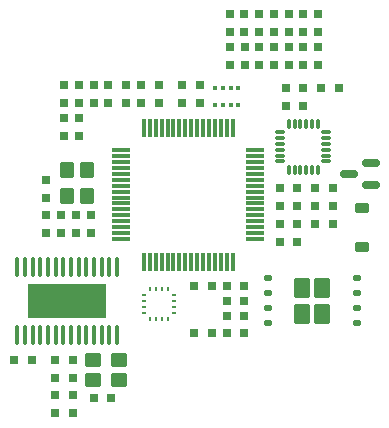
<source format=gbr>
%TF.GenerationSoftware,KiCad,Pcbnew,9.0.7*%
%TF.CreationDate,2026-01-24T01:10:00+08:00*%
%TF.ProjectId,zero star-rounded,7a65726f-2073-4746-9172-2d726f756e64,rev?*%
%TF.SameCoordinates,Original*%
%TF.FileFunction,Paste,Top*%
%TF.FilePolarity,Positive*%
%FSLAX46Y46*%
G04 Gerber Fmt 4.6, Leading zero omitted, Abs format (unit mm)*
G04 Created by KiCad (PCBNEW 9.0.7) date 2026-01-24 01:10:00*
%MOMM*%
%LPD*%
G01*
G04 APERTURE LIST*
G04 Aperture macros list*
%AMRoundRect*
0 Rectangle with rounded corners*
0 $1 Rounding radius*
0 $2 $3 $4 $5 $6 $7 $8 $9 X,Y pos of 4 corners*
0 Add a 4 corners polygon primitive as box body*
4,1,4,$2,$3,$4,$5,$6,$7,$8,$9,$2,$3,0*
0 Add four circle primitives for the rounded corners*
1,1,$1+$1,$2,$3*
1,1,$1+$1,$4,$5*
1,1,$1+$1,$6,$7*
1,1,$1+$1,$8,$9*
0 Add four rect primitives between the rounded corners*
20,1,$1+$1,$2,$3,$4,$5,0*
20,1,$1+$1,$4,$5,$6,$7,0*
20,1,$1+$1,$6,$7,$8,$9,0*
20,1,$1+$1,$8,$9,$2,$3,0*%
G04 Aperture macros list end*
%ADD10R,0.800000X0.800000*%
%ADD11R,0.250000X0.450000*%
%ADD12R,0.450000X0.250000*%
%ADD13RoundRect,0.075000X-0.700000X-0.075000X0.700000X-0.075000X0.700000X0.075000X-0.700000X0.075000X0*%
%ADD14RoundRect,0.075000X-0.075000X-0.700000X0.075000X-0.700000X0.075000X0.700000X-0.075000X0.700000X0*%
%ADD15RoundRect,0.250000X-0.435000X-0.615000X0.435000X-0.615000X0.435000X0.615000X-0.435000X0.615000X0*%
%ADD16RoundRect,0.125000X-0.200000X-0.125000X0.200000X-0.125000X0.200000X0.125000X-0.200000X0.125000X0*%
%ADD17RoundRect,0.075000X-0.350000X-0.075000X0.350000X-0.075000X0.350000X0.075000X-0.350000X0.075000X0*%
%ADD18RoundRect,0.075000X0.075000X-0.350000X0.075000X0.350000X-0.075000X0.350000X-0.075000X-0.350000X0*%
%ADD19RoundRect,0.250000X0.350000X-0.450000X0.350000X0.450000X-0.350000X0.450000X-0.350000X-0.450000X0*%
%ADD20RoundRect,0.150000X0.587500X0.150000X-0.587500X0.150000X-0.587500X-0.150000X0.587500X-0.150000X0*%
%ADD21R,0.450000X0.450000*%
%ADD22RoundRect,0.225000X0.375000X-0.225000X0.375000X0.225000X-0.375000X0.225000X-0.375000X-0.225000X0*%
%ADD23O,0.340000X1.730000*%
%ADD24R,6.700000X2.900000*%
%ADD25RoundRect,0.250000X-0.450000X-0.350000X0.450000X-0.350000X0.450000X0.350000X-0.450000X0.350000X0*%
G04 APERTURE END LIST*
D10*
%TO.C,C2*%
X199500000Y-88000000D03*
X201000000Y-88000000D03*
%TD*%
%TO.C,R1*%
X185000000Y-76250000D03*
X186500000Y-76250000D03*
%TD*%
%TO.C,C44*%
X182500000Y-74750000D03*
X182500000Y-76250000D03*
%TD*%
%TO.C,C10*%
X183500000Y-85750000D03*
X183500000Y-87250000D03*
%TD*%
%TO.C,D1*%
X202750000Y-70250000D03*
X202750000Y-68750000D03*
%TD*%
%TO.C,R24*%
X181250000Y-79000000D03*
X181250000Y-77500000D03*
%TD*%
%TO.C,C36*%
X183750000Y-101250000D03*
X185250000Y-101250000D03*
%TD*%
%TO.C,C41*%
X179750000Y-84250000D03*
X179750000Y-82750000D03*
%TD*%
%TO.C,C8*%
X185000000Y-74750000D03*
X186500000Y-74750000D03*
%TD*%
%TO.C,C42*%
X180500000Y-101000000D03*
X182000000Y-101000000D03*
%TD*%
%TO.C,D8*%
X201500000Y-68750000D03*
X201500000Y-70250000D03*
%TD*%
D11*
%TO.C,U7*%
X190010000Y-91990000D03*
X189510000Y-91990000D03*
X189010000Y-91990000D03*
X188510000Y-91990000D03*
D12*
X188000000Y-92500000D03*
X188000000Y-93000000D03*
X188000000Y-93500000D03*
X188000000Y-94000000D03*
D11*
X188510000Y-94510000D03*
X189010000Y-94510000D03*
X189510000Y-94510000D03*
X190010000Y-94510000D03*
D12*
X190520000Y-94000000D03*
X190520000Y-93500000D03*
X190520000Y-93000000D03*
X190520000Y-92500000D03*
%TD*%
D10*
%TO.C,R29*%
X197750000Y-71500000D03*
X197750000Y-73000000D03*
%TD*%
%TO.C,R23*%
X202500000Y-86500000D03*
X204000000Y-86500000D03*
%TD*%
%TO.C,C28*%
X191250000Y-74750000D03*
X192750000Y-74750000D03*
%TD*%
D13*
%TO.C,U1*%
X186075000Y-80250000D03*
X186075000Y-80750000D03*
X186075000Y-81250000D03*
X186075000Y-81750000D03*
X186075000Y-82250000D03*
X186075000Y-82750000D03*
X186075000Y-83250000D03*
X186075000Y-83750000D03*
X186075000Y-84250000D03*
X186075000Y-84750000D03*
X186075000Y-85250000D03*
X186075000Y-85750000D03*
X186075000Y-86250000D03*
X186075000Y-86750000D03*
X186075000Y-87250000D03*
X186075000Y-87750000D03*
D14*
X188000000Y-89675000D03*
X188500000Y-89675000D03*
X189000000Y-89675000D03*
X189500000Y-89675000D03*
X190000000Y-89675000D03*
X190500000Y-89675000D03*
X191000000Y-89675000D03*
X191500000Y-89675000D03*
X192000000Y-89675000D03*
X192500000Y-89675000D03*
X193000000Y-89675000D03*
X193500000Y-89675000D03*
X194000000Y-89675000D03*
X194500000Y-89675000D03*
X195000000Y-89675000D03*
X195500000Y-89675000D03*
D13*
X197425000Y-87750000D03*
X197425000Y-87250000D03*
X197425000Y-86750000D03*
X197425000Y-86250000D03*
X197425000Y-85750000D03*
X197425000Y-85250000D03*
X197425000Y-84750000D03*
X197425000Y-84250000D03*
X197425000Y-83750000D03*
X197425000Y-83250000D03*
X197425000Y-82750000D03*
X197425000Y-82250000D03*
X197425000Y-81750000D03*
X197425000Y-81250000D03*
X197425000Y-80750000D03*
X197425000Y-80250000D03*
D14*
X195500000Y-78325000D03*
X195000000Y-78325000D03*
X194500000Y-78325000D03*
X194000000Y-78325000D03*
X193500000Y-78325000D03*
X193000000Y-78325000D03*
X192500000Y-78325000D03*
X192000000Y-78325000D03*
X191500000Y-78325000D03*
X191000000Y-78325000D03*
X190500000Y-78325000D03*
X190000000Y-78325000D03*
X189500000Y-78325000D03*
X189000000Y-78325000D03*
X188500000Y-78325000D03*
X188000000Y-78325000D03*
%TD*%
D10*
%TO.C,C24*%
X202503623Y-83464862D03*
X204003623Y-83464862D03*
%TD*%
%TO.C,D5*%
X196500000Y-68750000D03*
X196500000Y-70250000D03*
%TD*%
%TO.C,C31*%
X196500000Y-93000000D03*
X195000000Y-93000000D03*
%TD*%
%TO.C,C37*%
X180500000Y-102500000D03*
X182000000Y-102500000D03*
%TD*%
%TO.C,C19*%
X192250000Y-95750000D03*
X193750000Y-95750000D03*
%TD*%
D15*
%TO.C,U8*%
X201400000Y-91925000D03*
X201400000Y-94075000D03*
X203100000Y-91925000D03*
X203100000Y-94075000D03*
D16*
X198500000Y-91095000D03*
X198500000Y-92365000D03*
X198500000Y-93635000D03*
X198500000Y-94905000D03*
X206000000Y-94905000D03*
X206000000Y-93635000D03*
X206000000Y-92365000D03*
X206000000Y-91095000D03*
%TD*%
D10*
%TO.C,C34*%
X195000000Y-94250000D03*
X196500000Y-94250000D03*
%TD*%
%TO.C,C21*%
X196500000Y-95750000D03*
X195000000Y-95750000D03*
%TD*%
D17*
%TO.C,U6*%
X199550000Y-78700000D03*
X199550000Y-79200000D03*
X199550000Y-79700000D03*
X199550000Y-80200000D03*
X199550000Y-80700000D03*
X199550000Y-81200000D03*
D18*
X200250000Y-81900000D03*
X200750000Y-81900000D03*
X201250000Y-81900000D03*
X201750000Y-81900000D03*
X202250000Y-81900000D03*
X202750000Y-81900000D03*
D17*
X203450000Y-81200000D03*
X203450000Y-80700000D03*
X203450000Y-80200000D03*
X203450000Y-79700000D03*
X203450000Y-79200000D03*
X203450000Y-78700000D03*
D18*
X202750000Y-78000000D03*
X202250000Y-78000000D03*
X201750000Y-78000000D03*
X201250000Y-78000000D03*
X200750000Y-78000000D03*
X200250000Y-78000000D03*
%TD*%
D19*
%TO.C,Y1*%
X183200000Y-84100000D03*
X183200000Y-81900000D03*
X181500000Y-81900000D03*
X181500000Y-84100000D03*
%TD*%
D10*
%TO.C,D6*%
X195250000Y-70250000D03*
X195250000Y-68750000D03*
%TD*%
%TO.C,C7*%
X195000000Y-91750000D03*
X196500000Y-91750000D03*
%TD*%
%TO.C,R28*%
X199000000Y-71500000D03*
X199000000Y-73000000D03*
%TD*%
%TO.C,R15*%
X200000000Y-76500000D03*
X201500000Y-76500000D03*
%TD*%
%TO.C,R27*%
X200250000Y-71500000D03*
X200250000Y-73000000D03*
%TD*%
%TO.C,R21*%
X196580000Y-71500000D03*
X196580000Y-73000000D03*
%TD*%
%TO.C,C40*%
X180500000Y-99500000D03*
X182000000Y-99500000D03*
%TD*%
%TO.C,D9*%
X200250000Y-70250000D03*
X200250000Y-68750000D03*
%TD*%
D20*
%TO.C,Q1*%
X207250000Y-83200000D03*
X207250000Y-81300000D03*
X205375000Y-82250000D03*
%TD*%
D10*
%TO.C,C39*%
X180500000Y-98000000D03*
X182000000Y-98000000D03*
%TD*%
D21*
%TO.C,U5*%
X196000000Y-76440000D03*
X195340000Y-76440000D03*
X194700000Y-76440000D03*
X194040000Y-76440000D03*
X194040000Y-75000000D03*
X194700000Y-75000000D03*
X195340000Y-75000000D03*
X196000000Y-75000000D03*
%TD*%
D22*
%TO.C,D7*%
X206500000Y-88400000D03*
X206500000Y-85100000D03*
%TD*%
D10*
%TO.C,R22*%
X195330000Y-73000000D03*
X195330000Y-71500000D03*
%TD*%
%TO.C,C12*%
X187750000Y-74750000D03*
X189250000Y-74750000D03*
%TD*%
D23*
%TO.C,U9*%
X185730000Y-90130000D03*
X185080000Y-90130000D03*
X184430000Y-90130000D03*
X183780000Y-90130000D03*
X183130000Y-90130000D03*
X182480000Y-90130000D03*
X181820000Y-90130000D03*
X181170000Y-90130000D03*
X180520000Y-90130000D03*
X179870000Y-90130000D03*
X179220000Y-90130000D03*
X178570000Y-90130000D03*
X177920000Y-90130000D03*
X177270000Y-90130000D03*
X177270000Y-95870000D03*
X177920000Y-95870000D03*
X178570000Y-95870000D03*
X179220000Y-95870000D03*
X179870000Y-95870000D03*
X180520000Y-95870000D03*
X181170000Y-95870000D03*
X181820000Y-95870000D03*
X182480000Y-95870000D03*
X183130000Y-95870000D03*
X183780000Y-95870000D03*
X184430000Y-95870000D03*
X185080000Y-95870000D03*
X185730000Y-95870000D03*
D24*
X181500000Y-93000000D03*
%TD*%
D10*
%TO.C,C25*%
X203000000Y-75000000D03*
X204500000Y-75000000D03*
%TD*%
%TO.C,C26*%
X201000000Y-85000000D03*
X199500000Y-85000000D03*
%TD*%
%TO.C,R31*%
X183750000Y-76250000D03*
X183750000Y-74750000D03*
%TD*%
D25*
%TO.C,Y2*%
X183650000Y-99700000D03*
X185850000Y-99700000D03*
X185850000Y-98000000D03*
X183650000Y-98000000D03*
%TD*%
D10*
%TO.C,C4*%
X192250000Y-91750000D03*
X193750000Y-91750000D03*
%TD*%
%TO.C,R16*%
X182500000Y-77500000D03*
X182500000Y-79000000D03*
%TD*%
%TO.C,D10*%
X199000000Y-68750000D03*
X199000000Y-70250000D03*
%TD*%
%TO.C,D11*%
X197750000Y-70250000D03*
X197750000Y-68750000D03*
%TD*%
%TO.C,C3*%
X199500000Y-86500000D03*
X201000000Y-86500000D03*
%TD*%
%TO.C,R19*%
X179750000Y-87250000D03*
X179750000Y-85750000D03*
%TD*%
%TO.C,R14*%
X200000000Y-75000000D03*
X201500000Y-75000000D03*
%TD*%
%TO.C,R2*%
X202750000Y-71500000D03*
X202750000Y-73000000D03*
%TD*%
%TO.C,C11*%
X182250000Y-85750000D03*
X182250000Y-87250000D03*
%TD*%
%TO.C,C6*%
X199500000Y-83453299D03*
X201000000Y-83453299D03*
%TD*%
%TO.C,C38*%
X177000000Y-98000000D03*
X178500000Y-98000000D03*
%TD*%
%TO.C,C27*%
X204003623Y-85000000D03*
X202503623Y-85000000D03*
%TD*%
%TO.C,C1*%
X187750000Y-76250000D03*
X189250000Y-76250000D03*
%TD*%
%TO.C,R25*%
X181250000Y-76250000D03*
X181250000Y-74750000D03*
%TD*%
%TO.C,R20*%
X181000000Y-85750000D03*
X181000000Y-87250000D03*
%TD*%
%TO.C,C29*%
X191250000Y-76270000D03*
X192750000Y-76270000D03*
%TD*%
%TO.C,R26*%
X201500000Y-71500000D03*
X201500000Y-73000000D03*
%TD*%
M02*

</source>
